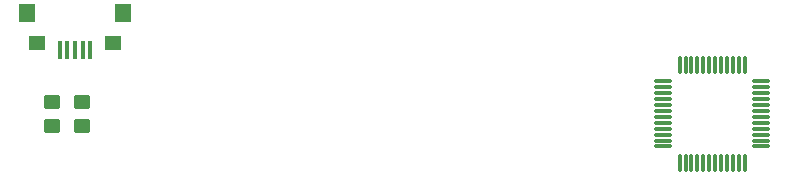
<source format=gbr>
%TF.GenerationSoftware,KiCad,Pcbnew,(6.0.0)*%
%TF.CreationDate,2022-01-02T22:46:40-08:00*%
%TF.ProjectId,thumbler_left,7468756d-626c-4657-925f-6c6566742e6b,rev?*%
%TF.SameCoordinates,Original*%
%TF.FileFunction,Paste,Top*%
%TF.FilePolarity,Positive*%
%FSLAX46Y46*%
G04 Gerber Fmt 4.6, Leading zero omitted, Abs format (unit mm)*
G04 Created by KiCad (PCBNEW (6.0.0)) date 2022-01-02 22:46:40*
%MOMM*%
%LPD*%
G01*
G04 APERTURE LIST*
G04 Aperture macros list*
%AMRoundRect*
0 Rectangle with rounded corners*
0 $1 Rounding radius*
0 $2 $3 $4 $5 $6 $7 $8 $9 X,Y pos of 4 corners*
0 Add a 4 corners polygon primitive as box body*
4,1,4,$2,$3,$4,$5,$6,$7,$8,$9,$2,$3,0*
0 Add four circle primitives for the rounded corners*
1,1,$1+$1,$2,$3*
1,1,$1+$1,$4,$5*
1,1,$1+$1,$6,$7*
1,1,$1+$1,$8,$9*
0 Add four rect primitives between the rounded corners*
20,1,$1+$1,$2,$3,$4,$5,0*
20,1,$1+$1,$4,$5,$6,$7,0*
20,1,$1+$1,$6,$7,$8,$9,0*
20,1,$1+$1,$8,$9,$2,$3,0*%
G04 Aperture macros list end*
%ADD10RoundRect,0.249999X0.450001X-0.350001X0.450001X0.350001X-0.450001X0.350001X-0.450001X-0.350001X0*%
%ADD11RoundRect,0.249999X-0.450001X0.350001X-0.450001X-0.350001X0.450001X-0.350001X0.450001X0.350001X0*%
%ADD12RoundRect,0.075000X-0.075000X0.662500X-0.075000X-0.662500X0.075000X-0.662500X0.075000X0.662500X0*%
%ADD13RoundRect,0.075000X-0.662500X0.075000X-0.662500X-0.075000X0.662500X-0.075000X0.662500X0.075000X0*%
%ADD14R,0.400000X1.600000*%
%ADD15R,1.400000X1.500000*%
%ADD16R,1.400000X1.200000*%
G04 APERTURE END LIST*
D10*
%TO.C,R1*%
X113665000Y-147685000D03*
X113665000Y-145685000D03*
%TD*%
D11*
%TO.C,R2*%
X116205000Y-145685000D03*
X116205000Y-147685000D03*
%TD*%
D12*
%TO.C,U1*%
X172295000Y-142522500D03*
X171795000Y-142522500D03*
X171295000Y-142522500D03*
X170795000Y-142522500D03*
X170295000Y-142522500D03*
X169795000Y-142522500D03*
X169295000Y-142522500D03*
X168795000Y-142522500D03*
X168295000Y-142522500D03*
X167795000Y-142522500D03*
X167295000Y-142522500D03*
X166795000Y-142522500D03*
D13*
X165382500Y-143935000D03*
X165382500Y-144435000D03*
X165382500Y-144935000D03*
X165382500Y-145435000D03*
X165382500Y-145935000D03*
X165382500Y-146435000D03*
X165382500Y-146935000D03*
X165382500Y-147435000D03*
X165382500Y-147935000D03*
X165382500Y-148435000D03*
X165382500Y-148935000D03*
X165382500Y-149435000D03*
D12*
X166795000Y-150847500D03*
X167295000Y-150847500D03*
X167795000Y-150847500D03*
X168295000Y-150847500D03*
X168795000Y-150847500D03*
X169295000Y-150847500D03*
X169795000Y-150847500D03*
X170295000Y-150847500D03*
X170795000Y-150847500D03*
X171295000Y-150847500D03*
X171795000Y-150847500D03*
X172295000Y-150847500D03*
D13*
X173707500Y-149435000D03*
X173707500Y-148935000D03*
X173707500Y-148435000D03*
X173707500Y-147935000D03*
X173707500Y-147435000D03*
X173707500Y-146935000D03*
X173707500Y-146435000D03*
X173707500Y-145935000D03*
X173707500Y-145435000D03*
X173707500Y-144935000D03*
X173707500Y-144435000D03*
X173707500Y-143935000D03*
%TD*%
D14*
%TO.C,J1*%
X116895400Y-141278000D03*
X116245400Y-141278000D03*
X115595400Y-141278000D03*
X114945400Y-141278000D03*
X114295400Y-141278000D03*
D15*
X119645400Y-138168000D03*
X111545400Y-138168000D03*
D16*
X112345400Y-140668000D03*
X118845400Y-140668000D03*
%TD*%
M02*

</source>
